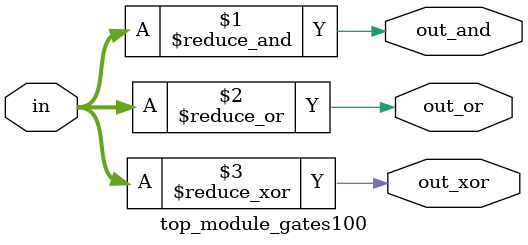
<source format=v>
module top_module_gates100 (
    input [99:0] in,
    output out_and,
    output out_or,
    output out_xor
);

    assign out_and = &in;
    assign out_or = |in;
    assign out_xor = ^in;

endmodule
</source>
